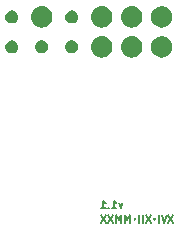
<source format=gbs>
%TF.GenerationSoftware,KiCad,Pcbnew,(5.1.2-1)-1*%
%TF.CreationDate,2020-12-17T17:00:40+01:00*%
%TF.ProjectId,n64_rgb_amp,6e36345f-7267-4625-9f61-6d702e6b6963,1.1*%
%TF.SameCoordinates,Original*%
%TF.FileFunction,Soldermask,Bot*%
%TF.FilePolarity,Negative*%
%FSLAX46Y46*%
G04 Gerber Fmt 4.6, Leading zero omitted, Abs format (unit mm)*
G04 Created by KiCad (PCBNEW (5.1.2-1)-1) date 2020-12-17 17:00:40*
%MOMM*%
%LPD*%
G04 APERTURE LIST*
%ADD10C,0.100000*%
%ADD11C,0.152400*%
%ADD12C,0.150000*%
G04 APERTURE END LIST*
D10*
X153102619Y-114843095D02*
X153102619Y-114938333D01*
X153078809Y-114938333D02*
X153078809Y-114843095D01*
X153055000Y-114819285D02*
X153055000Y-114962142D01*
X153031190Y-114938333D02*
X153031190Y-114843095D01*
X153007380Y-114843095D02*
X153007380Y-114938333D01*
X153102619Y-114914523D02*
X153055000Y-114962142D01*
X153007380Y-114914523D01*
X153102619Y-114866904D02*
X153055000Y-114819285D01*
X153007380Y-114866904D01*
X153102619Y-114843095D02*
X153055000Y-114819285D01*
X153007380Y-114843095D01*
X152983571Y-114890714D01*
X153007380Y-114938333D01*
X153055000Y-114962142D01*
X153102619Y-114938333D01*
X153126428Y-114890714D01*
X153102619Y-114843095D01*
X151452619Y-114843095D02*
X151452619Y-114938333D01*
X151428809Y-114938333D02*
X151428809Y-114843095D01*
X151405000Y-114819285D02*
X151405000Y-114962142D01*
X151381190Y-114938333D02*
X151381190Y-114843095D01*
X151357380Y-114843095D02*
X151357380Y-114938333D01*
X151452619Y-114914523D02*
X151405000Y-114962142D01*
X151357380Y-114914523D01*
X151452619Y-114866904D02*
X151405000Y-114819285D01*
X151357380Y-114866904D01*
X151452619Y-114843095D02*
X151405000Y-114819285D01*
X151357380Y-114843095D01*
X151333571Y-114890714D01*
X151357380Y-114938333D01*
X151405000Y-114962142D01*
X151452619Y-114938333D01*
X151476428Y-114890714D01*
X151452619Y-114843095D01*
D11*
X154704047Y-114572261D02*
X154280714Y-115207261D01*
X154280714Y-114572261D02*
X154704047Y-115207261D01*
X154129523Y-114572261D02*
X153917857Y-115207261D01*
X153706190Y-114572261D01*
X153494523Y-115207261D02*
X153494523Y-114572261D01*
X152768809Y-114572261D02*
X152345476Y-115207261D01*
X152345476Y-114572261D02*
X152768809Y-115207261D01*
X152103571Y-115207261D02*
X152103571Y-114572261D01*
X151801190Y-115207261D02*
X151801190Y-114572261D01*
X151015000Y-115207261D02*
X151015000Y-114572261D01*
X150803333Y-115025833D01*
X150591666Y-114572261D01*
X150591666Y-115207261D01*
X150289285Y-115207261D02*
X150289285Y-114572261D01*
X150077619Y-115025833D01*
X149865952Y-114572261D01*
X149865952Y-115207261D01*
X149624047Y-114572261D02*
X149200714Y-115207261D01*
X149200714Y-114572261D02*
X149624047Y-115207261D01*
X149019285Y-114572261D02*
X148595952Y-115207261D01*
X148595952Y-114572261D02*
X149019285Y-115207261D01*
X150382142Y-113568928D02*
X150230952Y-113992261D01*
X150079761Y-113568928D01*
X149505238Y-113992261D02*
X149868095Y-113992261D01*
X149686666Y-113992261D02*
X149686666Y-113357261D01*
X149747142Y-113447976D01*
X149807619Y-113508452D01*
X149868095Y-113538690D01*
X149233095Y-113931785D02*
X149202857Y-113962023D01*
X149233095Y-113992261D01*
X149263333Y-113962023D01*
X149233095Y-113931785D01*
X149233095Y-113992261D01*
X148598095Y-113992261D02*
X148960952Y-113992261D01*
X148779523Y-113992261D02*
X148779523Y-113357261D01*
X148840000Y-113447976D01*
X148900476Y-113508452D01*
X148960952Y-113538690D01*
D12*
G36*
X153837229Y-99432854D02*
G01*
X153967757Y-99458817D01*
X154131690Y-99526721D01*
X154279222Y-99625299D01*
X154279224Y-99625301D01*
X154279227Y-99625303D01*
X154404697Y-99750773D01*
X154404699Y-99750776D01*
X154404701Y-99750778D01*
X154503279Y-99898310D01*
X154571183Y-100062243D01*
X154588323Y-100148416D01*
X154605800Y-100236279D01*
X154605800Y-100413721D01*
X154601970Y-100432976D01*
X154571183Y-100587757D01*
X154503279Y-100751690D01*
X154404701Y-100899222D01*
X154404699Y-100899224D01*
X154404697Y-100899227D01*
X154279227Y-101024697D01*
X154279224Y-101024699D01*
X154279222Y-101024701D01*
X154131690Y-101123279D01*
X153967757Y-101191183D01*
X153859248Y-101212766D01*
X153793721Y-101225800D01*
X153616279Y-101225800D01*
X153550752Y-101212766D01*
X153442243Y-101191183D01*
X153278310Y-101123279D01*
X153130778Y-101024701D01*
X153130776Y-101024699D01*
X153130773Y-101024697D01*
X153005303Y-100899227D01*
X153005301Y-100899224D01*
X153005299Y-100899222D01*
X152906721Y-100751690D01*
X152838817Y-100587757D01*
X152808030Y-100432976D01*
X152804200Y-100413721D01*
X152804200Y-100236279D01*
X152821677Y-100148416D01*
X152838817Y-100062243D01*
X152906721Y-99898310D01*
X153005299Y-99750778D01*
X153005301Y-99750776D01*
X153005303Y-99750773D01*
X153130773Y-99625303D01*
X153130776Y-99625301D01*
X153130778Y-99625299D01*
X153278310Y-99526721D01*
X153442243Y-99458817D01*
X153572771Y-99432854D01*
X153616279Y-99424200D01*
X153793721Y-99424200D01*
X153837229Y-99432854D01*
X153837229Y-99432854D01*
G37*
G36*
X151341588Y-99437234D02*
G01*
X151511389Y-99488743D01*
X151511391Y-99488744D01*
X151667881Y-99572390D01*
X151805044Y-99684956D01*
X151917610Y-99822119D01*
X151917611Y-99822121D01*
X152001257Y-99978611D01*
X152052766Y-100148412D01*
X152070158Y-100325000D01*
X152052766Y-100501588D01*
X152013058Y-100632486D01*
X152001256Y-100671391D01*
X151917610Y-100827881D01*
X151805044Y-100965044D01*
X151667881Y-101077610D01*
X151667879Y-101077611D01*
X151511389Y-101161257D01*
X151341588Y-101212766D01*
X151209249Y-101225800D01*
X151120751Y-101225800D01*
X150988412Y-101212766D01*
X150818611Y-101161257D01*
X150662121Y-101077611D01*
X150662119Y-101077610D01*
X150524956Y-100965044D01*
X150412390Y-100827881D01*
X150328744Y-100671391D01*
X150316942Y-100632486D01*
X150277234Y-100501588D01*
X150259842Y-100325000D01*
X150277234Y-100148412D01*
X150328743Y-99978611D01*
X150412389Y-99822121D01*
X150412390Y-99822119D01*
X150524956Y-99684956D01*
X150662119Y-99572390D01*
X150818609Y-99488744D01*
X150818611Y-99488743D01*
X150988412Y-99437234D01*
X151120751Y-99424200D01*
X151209249Y-99424200D01*
X151341588Y-99437234D01*
X151341588Y-99437234D01*
G37*
G36*
X148801588Y-99437234D02*
G01*
X148971389Y-99488743D01*
X148971391Y-99488744D01*
X149127881Y-99572390D01*
X149265044Y-99684956D01*
X149377610Y-99822119D01*
X149377611Y-99822121D01*
X149461257Y-99978611D01*
X149512766Y-100148412D01*
X149530158Y-100325000D01*
X149512766Y-100501588D01*
X149473058Y-100632486D01*
X149461256Y-100671391D01*
X149377610Y-100827881D01*
X149265044Y-100965044D01*
X149127881Y-101077610D01*
X149127879Y-101077611D01*
X148971389Y-101161257D01*
X148801588Y-101212766D01*
X148669249Y-101225800D01*
X148580751Y-101225800D01*
X148448412Y-101212766D01*
X148278611Y-101161257D01*
X148122121Y-101077611D01*
X148122119Y-101077610D01*
X147984956Y-100965044D01*
X147872390Y-100827881D01*
X147788744Y-100671391D01*
X147776942Y-100632486D01*
X147737234Y-100501588D01*
X147719842Y-100325000D01*
X147737234Y-100148412D01*
X147788743Y-99978611D01*
X147872389Y-99822121D01*
X147872390Y-99822119D01*
X147984956Y-99684956D01*
X148122119Y-99572390D01*
X148278609Y-99488744D01*
X148278611Y-99488743D01*
X148448412Y-99437234D01*
X148580751Y-99424200D01*
X148669249Y-99424200D01*
X148801588Y-99437234D01*
X148801588Y-99437234D01*
G37*
G36*
X146132287Y-99776193D02*
G01*
X146192976Y-99782170D01*
X146296802Y-99813665D01*
X146392489Y-99864811D01*
X146476359Y-99933641D01*
X146545189Y-100017511D01*
X146596335Y-100113198D01*
X146627830Y-100217024D01*
X146638465Y-100325000D01*
X146627830Y-100432976D01*
X146596335Y-100536802D01*
X146545189Y-100632489D01*
X146476359Y-100716359D01*
X146392489Y-100785189D01*
X146296802Y-100836335D01*
X146192976Y-100867830D01*
X146132287Y-100873807D01*
X146112058Y-100875800D01*
X146057942Y-100875800D01*
X146037713Y-100873807D01*
X145977024Y-100867830D01*
X145873198Y-100836335D01*
X145777511Y-100785189D01*
X145693641Y-100716359D01*
X145624811Y-100632489D01*
X145573665Y-100536802D01*
X145542170Y-100432976D01*
X145531535Y-100325000D01*
X145542170Y-100217024D01*
X145573665Y-100113198D01*
X145624811Y-100017511D01*
X145693641Y-99933641D01*
X145777511Y-99864811D01*
X145873198Y-99813665D01*
X145977024Y-99782170D01*
X146037713Y-99776193D01*
X146057942Y-99774200D01*
X146112058Y-99774200D01*
X146132287Y-99776193D01*
X146132287Y-99776193D01*
G37*
G36*
X143592287Y-99776193D02*
G01*
X143652976Y-99782170D01*
X143756802Y-99813665D01*
X143852489Y-99864811D01*
X143936359Y-99933641D01*
X144005189Y-100017511D01*
X144056335Y-100113198D01*
X144087830Y-100217024D01*
X144098465Y-100325000D01*
X144087830Y-100432976D01*
X144056335Y-100536802D01*
X144005189Y-100632489D01*
X143936359Y-100716359D01*
X143852489Y-100785189D01*
X143756802Y-100836335D01*
X143652976Y-100867830D01*
X143592287Y-100873807D01*
X143572058Y-100875800D01*
X143517942Y-100875800D01*
X143497713Y-100873807D01*
X143437024Y-100867830D01*
X143333198Y-100836335D01*
X143237511Y-100785189D01*
X143153641Y-100716359D01*
X143084811Y-100632489D01*
X143033665Y-100536802D01*
X143002170Y-100432976D01*
X142991535Y-100325000D01*
X143002170Y-100217024D01*
X143033665Y-100113198D01*
X143084811Y-100017511D01*
X143153641Y-99933641D01*
X143237511Y-99864811D01*
X143333198Y-99813665D01*
X143437024Y-99782170D01*
X143497713Y-99776193D01*
X143517942Y-99774200D01*
X143572058Y-99774200D01*
X143592287Y-99776193D01*
X143592287Y-99776193D01*
G37*
G36*
X141094720Y-99781256D02*
G01*
X141165664Y-99795367D01*
X141230253Y-99822121D01*
X141265902Y-99836887D01*
X141356114Y-99897166D01*
X141432834Y-99973886D01*
X141493113Y-100064098D01*
X141493114Y-100064101D01*
X141534633Y-100164336D01*
X141555800Y-100270752D01*
X141555800Y-100379248D01*
X141534633Y-100485664D01*
X141513451Y-100536802D01*
X141493113Y-100585902D01*
X141432834Y-100676114D01*
X141356114Y-100752834D01*
X141265902Y-100813113D01*
X141243193Y-100822519D01*
X141165664Y-100854633D01*
X141099317Y-100867830D01*
X141059249Y-100875800D01*
X140950751Y-100875800D01*
X140910683Y-100867830D01*
X140844336Y-100854633D01*
X140766807Y-100822519D01*
X140744098Y-100813113D01*
X140653886Y-100752834D01*
X140577166Y-100676114D01*
X140516887Y-100585902D01*
X140496549Y-100536802D01*
X140475367Y-100485664D01*
X140454200Y-100379248D01*
X140454200Y-100270752D01*
X140475367Y-100164336D01*
X140516886Y-100064101D01*
X140516887Y-100064098D01*
X140577166Y-99973886D01*
X140653886Y-99897166D01*
X140744098Y-99836887D01*
X140779747Y-99822121D01*
X140844336Y-99795367D01*
X140915280Y-99781256D01*
X140950751Y-99774200D01*
X141059249Y-99774200D01*
X141094720Y-99781256D01*
X141094720Y-99781256D01*
G37*
G36*
X153837229Y-96892854D02*
G01*
X153967757Y-96918817D01*
X154131690Y-96986721D01*
X154279222Y-97085299D01*
X154279224Y-97085301D01*
X154279227Y-97085303D01*
X154404697Y-97210773D01*
X154404699Y-97210776D01*
X154404701Y-97210778D01*
X154503279Y-97358310D01*
X154571183Y-97522243D01*
X154605800Y-97696280D01*
X154605800Y-97873720D01*
X154571183Y-98047757D01*
X154503279Y-98211690D01*
X154404701Y-98359222D01*
X154404699Y-98359224D01*
X154404697Y-98359227D01*
X154279227Y-98484697D01*
X154279224Y-98484699D01*
X154279222Y-98484701D01*
X154131690Y-98583279D01*
X153967757Y-98651183D01*
X153859248Y-98672766D01*
X153793721Y-98685800D01*
X153616279Y-98685800D01*
X153550752Y-98672766D01*
X153442243Y-98651183D01*
X153278310Y-98583279D01*
X153130778Y-98484701D01*
X153130776Y-98484699D01*
X153130773Y-98484697D01*
X153005303Y-98359227D01*
X153005301Y-98359224D01*
X153005299Y-98359222D01*
X152906721Y-98211690D01*
X152838817Y-98047757D01*
X152804200Y-97873720D01*
X152804200Y-97696280D01*
X152838817Y-97522243D01*
X152906721Y-97358310D01*
X153005299Y-97210778D01*
X153005301Y-97210776D01*
X153005303Y-97210773D01*
X153130773Y-97085303D01*
X153130776Y-97085301D01*
X153130778Y-97085299D01*
X153278310Y-96986721D01*
X153442243Y-96918817D01*
X153572771Y-96892854D01*
X153616279Y-96884200D01*
X153793721Y-96884200D01*
X153837229Y-96892854D01*
X153837229Y-96892854D01*
G37*
G36*
X151341588Y-96897234D02*
G01*
X151511389Y-96948743D01*
X151511391Y-96948744D01*
X151667881Y-97032390D01*
X151805044Y-97144956D01*
X151917610Y-97282119D01*
X151917611Y-97282121D01*
X152001257Y-97438611D01*
X152052766Y-97608412D01*
X152070158Y-97785000D01*
X152052766Y-97961588D01*
X152001257Y-98131389D01*
X152001256Y-98131391D01*
X151917610Y-98287881D01*
X151805044Y-98425044D01*
X151667881Y-98537610D01*
X151667879Y-98537611D01*
X151511389Y-98621257D01*
X151341588Y-98672766D01*
X151209249Y-98685800D01*
X151120751Y-98685800D01*
X150988412Y-98672766D01*
X150818611Y-98621257D01*
X150662121Y-98537611D01*
X150662119Y-98537610D01*
X150524956Y-98425044D01*
X150412390Y-98287881D01*
X150328744Y-98131391D01*
X150328743Y-98131389D01*
X150277234Y-97961588D01*
X150259842Y-97785000D01*
X150277234Y-97608412D01*
X150328743Y-97438611D01*
X150412389Y-97282121D01*
X150412390Y-97282119D01*
X150524956Y-97144956D01*
X150662119Y-97032390D01*
X150818609Y-96948744D01*
X150818611Y-96948743D01*
X150988412Y-96897234D01*
X151120751Y-96884200D01*
X151209249Y-96884200D01*
X151341588Y-96897234D01*
X151341588Y-96897234D01*
G37*
G36*
X148801588Y-96897234D02*
G01*
X148971389Y-96948743D01*
X148971391Y-96948744D01*
X149127881Y-97032390D01*
X149265044Y-97144956D01*
X149377610Y-97282119D01*
X149377611Y-97282121D01*
X149461257Y-97438611D01*
X149512766Y-97608412D01*
X149530158Y-97785000D01*
X149512766Y-97961588D01*
X149461257Y-98131389D01*
X149461256Y-98131391D01*
X149377610Y-98287881D01*
X149265044Y-98425044D01*
X149127881Y-98537610D01*
X149127879Y-98537611D01*
X148971389Y-98621257D01*
X148801588Y-98672766D01*
X148669249Y-98685800D01*
X148580751Y-98685800D01*
X148448412Y-98672766D01*
X148278611Y-98621257D01*
X148122121Y-98537611D01*
X148122119Y-98537610D01*
X147984956Y-98425044D01*
X147872390Y-98287881D01*
X147788744Y-98131391D01*
X147788743Y-98131389D01*
X147737234Y-97961588D01*
X147719842Y-97785000D01*
X147737234Y-97608412D01*
X147788743Y-97438611D01*
X147872389Y-97282121D01*
X147872390Y-97282119D01*
X147984956Y-97144956D01*
X148122119Y-97032390D01*
X148278609Y-96948744D01*
X148278611Y-96948743D01*
X148448412Y-96897234D01*
X148580751Y-96884200D01*
X148669249Y-96884200D01*
X148801588Y-96897234D01*
X148801588Y-96897234D01*
G37*
G36*
X143721588Y-96897234D02*
G01*
X143891389Y-96948743D01*
X143891391Y-96948744D01*
X144047881Y-97032390D01*
X144185044Y-97144956D01*
X144297610Y-97282119D01*
X144297611Y-97282121D01*
X144381257Y-97438611D01*
X144432766Y-97608412D01*
X144450158Y-97785000D01*
X144432766Y-97961588D01*
X144381257Y-98131389D01*
X144381256Y-98131391D01*
X144297610Y-98287881D01*
X144185044Y-98425044D01*
X144047881Y-98537610D01*
X144047879Y-98537611D01*
X143891389Y-98621257D01*
X143721588Y-98672766D01*
X143589249Y-98685800D01*
X143500751Y-98685800D01*
X143368412Y-98672766D01*
X143198611Y-98621257D01*
X143042121Y-98537611D01*
X143042119Y-98537610D01*
X142904956Y-98425044D01*
X142792390Y-98287881D01*
X142708744Y-98131391D01*
X142708743Y-98131389D01*
X142657234Y-97961588D01*
X142639842Y-97785000D01*
X142657234Y-97608412D01*
X142708743Y-97438611D01*
X142792389Y-97282121D01*
X142792390Y-97282119D01*
X142904956Y-97144956D01*
X143042119Y-97032390D01*
X143198609Y-96948744D01*
X143198611Y-96948743D01*
X143368412Y-96897234D01*
X143500751Y-96884200D01*
X143589249Y-96884200D01*
X143721588Y-96897234D01*
X143721588Y-96897234D01*
G37*
G36*
X146174720Y-97241256D02*
G01*
X146245664Y-97255367D01*
X146310253Y-97282121D01*
X146345902Y-97296887D01*
X146436114Y-97357166D01*
X146512834Y-97433886D01*
X146573113Y-97524098D01*
X146573114Y-97524101D01*
X146614633Y-97624336D01*
X146635800Y-97730752D01*
X146635800Y-97839248D01*
X146614633Y-97945664D01*
X146582519Y-98023193D01*
X146573113Y-98045902D01*
X146512834Y-98136114D01*
X146436114Y-98212834D01*
X146345902Y-98273113D01*
X146323193Y-98282519D01*
X146245664Y-98314633D01*
X146174720Y-98328744D01*
X146139249Y-98335800D01*
X146030751Y-98335800D01*
X145995280Y-98328744D01*
X145924336Y-98314633D01*
X145846807Y-98282519D01*
X145824098Y-98273113D01*
X145733886Y-98212834D01*
X145657166Y-98136114D01*
X145596887Y-98045902D01*
X145587481Y-98023193D01*
X145555367Y-97945664D01*
X145534200Y-97839248D01*
X145534200Y-97730752D01*
X145555367Y-97624336D01*
X145596886Y-97524101D01*
X145596887Y-97524098D01*
X145657166Y-97433886D01*
X145733886Y-97357166D01*
X145824098Y-97296887D01*
X145859747Y-97282121D01*
X145924336Y-97255367D01*
X145995280Y-97241256D01*
X146030751Y-97234200D01*
X146139249Y-97234200D01*
X146174720Y-97241256D01*
X146174720Y-97241256D01*
G37*
G36*
X141094720Y-97241256D02*
G01*
X141165664Y-97255367D01*
X141230253Y-97282121D01*
X141265902Y-97296887D01*
X141356114Y-97357166D01*
X141432834Y-97433886D01*
X141493113Y-97524098D01*
X141493114Y-97524101D01*
X141534633Y-97624336D01*
X141555800Y-97730752D01*
X141555800Y-97839248D01*
X141534633Y-97945664D01*
X141502519Y-98023193D01*
X141493113Y-98045902D01*
X141432834Y-98136114D01*
X141356114Y-98212834D01*
X141265902Y-98273113D01*
X141243193Y-98282519D01*
X141165664Y-98314633D01*
X141094720Y-98328744D01*
X141059249Y-98335800D01*
X140950751Y-98335800D01*
X140915280Y-98328744D01*
X140844336Y-98314633D01*
X140766807Y-98282519D01*
X140744098Y-98273113D01*
X140653886Y-98212834D01*
X140577166Y-98136114D01*
X140516887Y-98045902D01*
X140507481Y-98023193D01*
X140475367Y-97945664D01*
X140454200Y-97839248D01*
X140454200Y-97730752D01*
X140475367Y-97624336D01*
X140516886Y-97524101D01*
X140516887Y-97524098D01*
X140577166Y-97433886D01*
X140653886Y-97357166D01*
X140744098Y-97296887D01*
X140779747Y-97282121D01*
X140844336Y-97255367D01*
X140915280Y-97241256D01*
X140950751Y-97234200D01*
X141059249Y-97234200D01*
X141094720Y-97241256D01*
X141094720Y-97241256D01*
G37*
M02*

</source>
